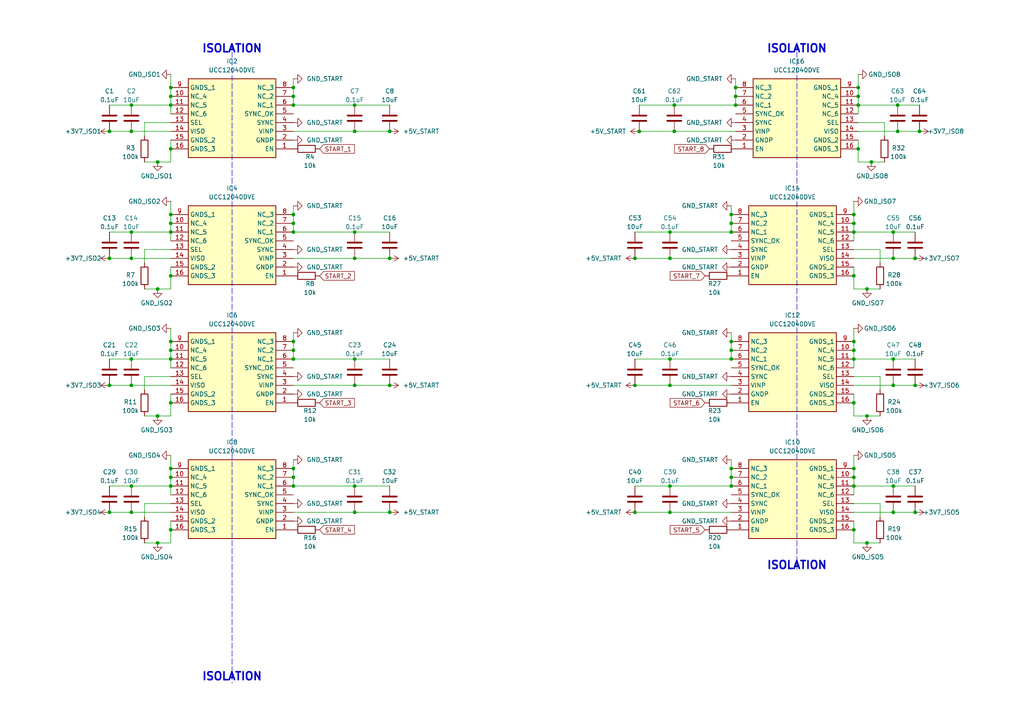
<source format=kicad_sch>
(kicad_sch (version 20250114) (generator "eeschema") (generator_version "9.0")
  (paper "A4")
  (title_block (title "LV_Kontrola_Main") (rev "1.00A") (company "\"Black Hornets\" Formula Student team") (comment 1 "Authors: Dusan Novkovic; Nikola Popovic") (comment 2 "Subteam: Low Voltage team"))
  (lib_symbols
    (symbol "Device:C" (pin_numbers (hide yes)) (pin_names (offset 0.254))
      (property "Reference" "C" (at 0.635 2.54 0))
      (property "Value" "C" (at 0.635 -2.54 0))
      (symbol "C_0_1"
        (polyline (pts (xy -2.032 0.762) (xy 2.032 0.762)) (stroke (width 0.508)))
        (polyline (pts (xy -2.032 -0.762) (xy 2.032 -0.762)) (stroke (width 0.508)))
      )
      (symbol "C_1_1"
        (pin passive line (at 0 3.81 270) (length 2.794) (name "~") (number "1"))
        (pin passive line (at 0 -3.81 90) (length 2.794) (name "~") (number "2"))
      )
    )
    (symbol "Device:R" (pin_numbers (hide yes)) (pin_names (offset 0))
      (property "Reference" "R" (at 2.032 0 90))
      (property "Value" "R" (at 0 0 90))
      (symbol "R_0_1"
        (rectangle (start -1.016 -2.54) (end 1.016 2.54) (stroke (width 0.254)))
      )
      (symbol "R_1_1"
        (pin passive line (at 0 3.81 270) (length 1.27) (name "~") (number "1"))
        (pin passive line (at 0 -3.81 90) (length 1.27) (name "~") (number "2"))
      )
    )
    (symbol "UCC12040DVE:UCC12040DVE"
      (property "Reference" "IC" (at 31.75 7.62 0))
      (property "Value" "UCC12040DVE" (at 31.75 5.08 0))
      (symbol "UCC12040DVE_1_1"
        (rectangle (start 5.08 2.54) (end 30.48 -20.32) (stroke (width 0.254)) (fill (type background)))
        (pin passive line (at 0 0 0) (length 5.08) (name "EN") (number "1"))
        (pin passive line (at 0 -2.54 0) (length 5.08) (name "GNDP") (number "2"))
        (pin passive line (at 0 -5.08 0) (length 5.08) (name "VINP") (number "3"))
        (pin passive line (at 0 -7.62 0) (length 5.08) (name "SYNC") (number "4"))
        (pin passive line (at 0 -10.16 0) (length 5.08) (name "SYNC_OK") (number "5"))
        (pin passive line (at 0 -12.7 0) (length 5.08) (name "NC_1") (number "6"))
        (pin passive line (at 0 -15.24 0) (length 5.08) (name "NC_2") (number "7"))
        (pin passive line (at 0 -17.78 0) (length 5.08) (name "NC_3") (number "8"))
        (pin passive line (at 35.56 0 180) (length 5.08) (name "GNDS_3") (number "16"))
        (pin passive line (at 35.56 -2.54 180) (length 5.08) (name "GNDS_2") (number "15"))
        (pin passive line (at 35.56 -5.08 180) (length 5.08) (name "VISO") (number "14"))
        (pin passive line (at 35.56 -7.62 180) (length 5.08) (name "SEL") (number "13"))
        (pin passive line (at 35.56 -10.16 180) (length 5.08) (name "NC_6") (number "12"))
        (pin passive line (at 35.56 -12.7 180) (length 5.08) (name "NC_5") (number "11"))
        (pin passive line (at 35.56 -15.24 180) (length 5.08) (name "NC_4") (number "10"))
        (pin passive line (at 35.56 -17.78 180) (length 5.08) (name "GNDS_1") (number "9"))
      )
    )
    (symbol "power:+5V" (power) (pin_numbers (hide yes)) (pin_names (offset 0) (hide yes))
      (property "Value" "+5V" (at 0 3.556 0))
      (symbol "+5V_0_1"
        (polyline (pts (xy -0.762 1.27) (xy 0 2.54)))
        (polyline (pts (xy 0 2.54) (xy 0.762 1.27)))
        (polyline (pts (xy 0 0) (xy 0 2.54)))
      )
      (symbol "+5V_1_1"
        (pin power_in line (at 0 0 90) (length 0) (name "~") (number "1"))
      )
    )
    (symbol "power:GND" (power) (pin_numbers (hide yes)) (pin_names (offset 0) (hide yes))
      (property "Value" "GND" (at 0 -3.81 0))
      (symbol "GND_0_1"
        (polyline (pts (xy 0 0) (xy 0 -1.27) (xy 1.27 -1.27) (xy 0 -2.54) (xy -1.27 -1.27) (xy 0 -1.27)))
      )
      (symbol "GND_1_1"
        (pin power_in line (at 0 0 270) (length 0) (name "~") (number "1"))
      )
    )
  )
  (text "ISOLATION" (at 231.14 14.224 0) (effects (font (size 2.286 2.286) (thickness 0.4572) (bold yes))))
  (text "ISOLATION" (at 231.14 164.084 0) (effects (font (size 2.286 2.286) (thickness 0.4572) (bold yes))))
  (text "ISOLATION" (at 67.31 196.342 0) (effects (font (size 2.286 2.286) (thickness 0.4572) (bold yes))))
  (text "ISOLATION" (at 67.31 14.224 0) (effects (font (size 2.286 2.286) (thickness 0.4572) (bold yes))))
  (junction (at 185.42 38.1))
  (junction (at 194.31 74.93))
  (junction (at 38.1 111.76))
  (junction (at 113.03 74.93))
  (junction (at 212.09 67.31))
  (junction (at 38.1 67.31))
  (junction (at 85.09 99.06))
  (junction (at 260.35 38.1))
  (junction (at 184.15 111.76))
  (junction (at 194.31 111.76))
  (junction (at 113.03 38.1))
  (junction (at 85.09 101.6))
  (junction (at 38.1 140.97))
  (junction (at 85.09 62.23))
  (junction (at 38.1 74.93))
  (junction (at 31.75 111.76))
  (junction (at 213.36 27.94))
  (junction (at 113.03 111.76))
  (junction (at 212.09 138.43))
  (junction (at 212.09 135.89))
  (junction (at 49.53 80.01))
  (junction (at 49.53 27.94))
  (junction (at 38.1 104.14))
  (junction (at 49.53 104.14))
  (junction (at 265.43 148.59))
  (junction (at 45.72 157.48))
  (junction (at 31.75 74.93))
  (junction (at 259.08 104.14))
  (junction (at 194.31 67.31))
  (junction (at 247.65 138.43))
  (junction (at 259.08 140.97))
  (junction (at 247.65 62.23))
  (junction (at 195.58 30.48))
  (junction (at 49.53 62.23))
  (junction (at 38.1 148.59))
  (junction (at 248.92 43.18))
  (junction (at 85.09 135.89))
  (junction (at 85.09 25.4))
  (junction (at 247.65 101.6))
  (junction (at 251.46 120.65))
  (junction (at 265.43 74.93))
  (junction (at 266.7 38.1))
  (junction (at 85.09 27.94))
  (junction (at 251.46 157.48))
  (junction (at 259.08 67.31))
  (junction (at 102.87 111.76))
  (junction (at 38.1 30.48))
  (junction (at 247.65 80.01))
  (junction (at 212.09 140.97))
  (junction (at 259.08 148.59))
  (junction (at 260.35 30.48))
  (junction (at 212.09 62.23))
  (junction (at 31.75 148.59))
  (junction (at 247.65 153.67))
  (junction (at 251.46 83.82))
  (junction (at 45.72 120.65))
  (junction (at 184.15 74.93))
  (junction (at 49.53 135.89))
  (junction (at 85.09 140.97))
  (junction (at 102.87 38.1))
  (junction (at 85.09 138.43))
  (junction (at 113.03 148.59))
  (junction (at 194.31 140.97))
  (junction (at 248.92 27.94))
  (junction (at 49.53 99.06))
  (junction (at 265.43 111.76))
  (junction (at 247.65 140.97))
  (junction (at 247.65 64.77))
  (junction (at 247.65 116.84))
  (junction (at 184.15 148.59))
  (junction (at 31.75 38.1))
  (junction (at 45.72 46.99))
  (junction (at 38.1 38.1))
  (junction (at 252.73 46.99))
  (junction (at 195.58 38.1))
  (junction (at 213.36 30.48))
  (junction (at 102.87 104.14))
  (junction (at 49.53 138.43))
  (junction (at 194.31 104.14))
  (junction (at 85.09 67.31))
  (junction (at 85.09 104.14))
  (junction (at 102.87 74.93))
  (junction (at 49.53 25.4))
  (junction (at 247.65 67.31))
  (junction (at 212.09 104.14))
  (junction (at 49.53 43.18))
  (junction (at 247.65 99.06))
  (junction (at 247.65 104.14))
  (junction (at 212.09 99.06))
  (junction (at 49.53 140.97))
  (junction (at 247.65 135.89))
  (junction (at 213.36 25.4))
  (junction (at 212.09 64.77))
  (junction (at 45.72 83.82))
  (junction (at 49.53 153.67))
  (junction (at 49.53 116.84))
  (junction (at 248.92 30.48))
  (junction (at 248.92 25.4))
  (junction (at 259.08 74.93))
  (junction (at 85.09 64.77))
  (junction (at 102.87 148.59))
  (junction (at 102.87 30.48))
  (junction (at 194.31 148.59))
  (junction (at 49.53 64.77))
  (junction (at 85.09 30.48))
  (junction (at 102.87 140.97))
  (junction (at 49.53 30.48))
  (junction (at 49.53 101.6))
  (junction (at 259.08 111.76))
  (junction (at 102.87 67.31))
  (junction (at 212.09 101.6))
  (junction (at 49.53 67.31))
  (wire (pts (xy 260.35 38.1) (xy 248.92 38.1)))
  (wire (pts (xy 259.08 74.93) (xy 247.65 74.93)))
  (wire (pts (xy 260.35 30.48) (xy 248.92 30.48)))
  (wire (pts (xy 212.09 140.97) (xy 194.31 140.97)))
  (wire (pts (xy 85.09 101.6) (xy 85.09 104.14)))
  (wire (pts (xy 102.87 104.14) (xy 113.03 104.14)))
  (wire (pts (xy 49.53 40.64) (xy 49.53 43.18)))
  (wire (pts (xy 212.09 111.76) (xy 194.31 111.76)))
  (wire (pts (xy 49.53 109.22) (xy 41.91 109.22)))
  (wire (pts (xy 41.91 46.99) (xy 45.72 46.99)))
  (wire (pts (xy 49.53 25.4) (xy 49.53 27.94)))
  (wire (pts (xy 247.65 67.31) (xy 247.65 69.85)))
  (wire (pts (xy 49.53 21.59) (xy 49.53 25.4)))
  (wire (pts (xy 85.09 140.97) (xy 102.87 140.97)))
  (wire (pts (xy 85.09 99.06) (xy 85.09 101.6)))
  (wire (pts (xy 102.87 140.97) (xy 113.03 140.97)))
  (wire (pts (xy 49.53 120.65) (xy 49.53 116.84)))
  (wire (pts (xy 31.75 38.1) (xy 38.1 38.1)))
  (wire (pts (xy 212.09 133.35) (xy 212.09 135.89)))
  (wire (pts (xy 41.91 35.56) (xy 41.91 39.37)))
  (wire (pts (xy 247.65 64.77) (xy 247.65 67.31)))
  (wire (pts (xy 212.09 62.23) (xy 212.09 64.77)))
  (wire (pts (xy 41.91 157.48) (xy 45.72 157.48)))
  (wire (pts (xy 49.53 104.14) (xy 49.53 106.68)))
  (wire (pts (xy 49.53 101.6) (xy 49.53 104.14)))
  (wire (pts (xy 255.27 157.48) (xy 251.46 157.48)))
  (wire (pts (xy 213.36 30.48) (xy 195.58 30.48)))
  (wire (pts (xy 49.53 151.13) (xy 49.53 153.67)))
  (wire (pts (xy 265.43 148.59) (xy 259.08 148.59)))
  (wire (pts (xy 102.87 111.76) (xy 113.03 111.76)))
  (wire (pts (xy 212.09 99.06) (xy 212.09 101.6)))
  (polyline (pts (xy 67.31 12.7) (xy 67.31 198.12)) (stroke (width 0) (type dash)))
  (wire (pts (xy 31.75 30.48) (xy 38.1 30.48)))
  (wire (pts (xy 265.43 74.93) (xy 259.08 74.93)))
  (wire (pts (xy 45.72 46.99) (xy 49.53 46.99)))
  (wire (pts (xy 38.1 104.14) (xy 49.53 104.14)))
  (wire (pts (xy 49.53 95.25) (xy 49.53 99.06)))
  (wire (pts (xy 247.65 101.6) (xy 247.65 104.14)))
  (wire (pts (xy 49.53 58.42) (xy 49.53 62.23)))
  (wire (pts (xy 85.09 27.94) (xy 85.09 30.48)))
  (wire (pts (xy 49.53 135.89) (xy 49.53 138.43)))
  (wire (pts (xy 49.53 83.82) (xy 49.53 80.01)))
  (wire (pts (xy 265.43 104.14) (xy 259.08 104.14)))
  (wire (pts (xy 31.75 148.59) (xy 38.1 148.59)))
  (wire (pts (xy 49.53 99.06) (xy 49.53 101.6)))
  (wire (pts (xy 194.31 148.59) (xy 184.15 148.59)))
  (wire (pts (xy 248.92 46.99) (xy 248.92 43.18)))
  (wire (pts (xy 85.09 138.43) (xy 85.09 140.97)))
  (wire (pts (xy 85.09 74.93) (xy 102.87 74.93)))
  (wire (pts (xy 251.46 83.82) (xy 247.65 83.82)))
  (wire (pts (xy 266.7 30.48) (xy 260.35 30.48)))
  (wire (pts (xy 38.1 38.1) (xy 49.53 38.1)))
  (wire (pts (xy 212.09 59.69) (xy 212.09 62.23)))
  (wire (pts (xy 85.09 111.76) (xy 102.87 111.76)))
  (wire (pts (xy 259.08 148.59) (xy 247.65 148.59)))
  (wire (pts (xy 49.53 157.48) (xy 49.53 153.67)))
  (wire (pts (xy 49.53 140.97) (xy 49.53 143.51)))
  (wire (pts (xy 49.53 30.48) (xy 49.53 33.02)))
  (wire (pts (xy 49.53 138.43) (xy 49.53 140.97)))
  (wire (pts (xy 194.31 104.14) (xy 184.15 104.14)))
  (wire (pts (xy 212.09 101.6) (xy 212.09 104.14)))
  (wire (pts (xy 255.27 109.22) (xy 255.27 113.03)))
  (wire (pts (xy 247.65 120.65) (xy 247.65 116.84)))
  (wire (pts (xy 31.75 140.97) (xy 38.1 140.97)))
  (wire (pts (xy 247.65 83.82) (xy 247.65 80.01)))
  (wire (pts (xy 85.09 133.35) (xy 85.09 135.89)))
  (wire (pts (xy 247.65 157.48) (xy 247.65 153.67)))
  (wire (pts (xy 38.1 67.31) (xy 49.53 67.31)))
  (wire (pts (xy 49.53 114.3) (xy 49.53 116.84)))
  (wire (pts (xy 85.09 104.14) (xy 102.87 104.14)))
  (wire (pts (xy 195.58 30.48) (xy 185.42 30.48)))
  (wire (pts (xy 31.75 67.31) (xy 38.1 67.31)))
  (wire (pts (xy 38.1 74.93) (xy 49.53 74.93)))
  (wire (pts (xy 212.09 74.93) (xy 194.31 74.93)))
  (wire (pts (xy 41.91 109.22) (xy 41.91 113.03)))
  (wire (pts (xy 85.09 64.77) (xy 85.09 67.31)))
  (wire (pts (xy 248.92 30.48) (xy 248.92 33.02)))
  (polyline (pts (xy 231.14 12.7) (xy 231.14 165.1)) (stroke (width 0) (type dash)))
  (wire (pts (xy 259.08 67.31) (xy 247.65 67.31)))
  (wire (pts (xy 256.54 35.56) (xy 256.54 39.37)))
  (wire (pts (xy 102.87 30.48) (xy 113.03 30.48)))
  (wire (pts (xy 41.91 72.39) (xy 41.91 76.2)))
  (wire (pts (xy 102.87 67.31) (xy 113.03 67.31)))
  (wire (pts (xy 49.53 35.56) (xy 41.91 35.56)))
  (wire (pts (xy 255.27 120.65) (xy 251.46 120.65)))
  (wire (pts (xy 212.09 135.89) (xy 212.09 138.43)))
  (wire (pts (xy 251.46 120.65) (xy 247.65 120.65)))
  (wire (pts (xy 49.53 77.47) (xy 49.53 80.01)))
  (wire (pts (xy 49.53 146.05) (xy 41.91 146.05)))
  (wire (pts (xy 247.65 77.47) (xy 247.65 80.01)))
  (wire (pts (xy 195.58 38.1) (xy 185.42 38.1)))
  (wire (pts (xy 247.65 135.89) (xy 247.65 138.43)))
  (wire (pts (xy 255.27 146.05) (xy 255.27 149.86)))
  (wire (pts (xy 247.65 151.13) (xy 247.65 153.67)))
  (wire (pts (xy 85.09 22.86) (xy 85.09 25.4)))
  (wire (pts (xy 251.46 157.48) (xy 247.65 157.48)))
  (wire (pts (xy 265.43 140.97) (xy 259.08 140.97)))
  (wire (pts (xy 265.43 111.76) (xy 259.08 111.76)))
  (wire (pts (xy 212.09 148.59) (xy 194.31 148.59)))
  (wire (pts (xy 194.31 111.76) (xy 184.15 111.76)))
  (wire (pts (xy 85.09 62.23) (xy 85.09 64.77)))
  (wire (pts (xy 38.1 140.97) (xy 49.53 140.97)))
  (wire (pts (xy 49.53 67.31) (xy 49.53 69.85)))
  (wire (pts (xy 247.65 72.39) (xy 255.27 72.39)))
  (wire (pts (xy 41.91 146.05) (xy 41.91 149.86)))
  (wire (pts (xy 102.87 38.1) (xy 113.03 38.1)))
  (wire (pts (xy 248.92 40.64) (xy 248.92 43.18)))
  (wire (pts (xy 31.75 104.14) (xy 38.1 104.14)))
  (wire (pts (xy 85.09 148.59) (xy 102.87 148.59)))
  (wire (pts (xy 247.65 114.3) (xy 247.65 116.84)))
  (wire (pts (xy 213.36 25.4) (xy 213.36 27.94)))
  (wire (pts (xy 85.09 67.31) (xy 102.87 67.31)))
  (wire (pts (xy 45.72 120.65) (xy 49.53 120.65)))
  (wire (pts (xy 102.87 148.59) (xy 113.03 148.59)))
  (wire (pts (xy 248.92 35.56) (xy 256.54 35.56)))
  (wire (pts (xy 85.09 30.48) (xy 102.87 30.48)))
  (wire (pts (xy 266.7 38.1) (xy 260.35 38.1)))
  (wire (pts (xy 213.36 38.1) (xy 195.58 38.1)))
  (wire (pts (xy 247.65 58.42) (xy 247.65 62.23)))
  (wire (pts (xy 255.27 72.39) (xy 255.27 76.2)))
  (wire (pts (xy 259.08 104.14) (xy 247.65 104.14)))
  (wire (pts (xy 194.31 140.97) (xy 184.15 140.97)))
  (wire (pts (xy 49.53 27.94) (xy 49.53 30.48)))
  (wire (pts (xy 212.09 67.31) (xy 194.31 67.31)))
  (wire (pts (xy 85.09 96.52) (xy 85.09 99.06)))
  (wire (pts (xy 194.31 74.93) (xy 184.15 74.93)))
  (wire (pts (xy 259.08 140.97) (xy 247.65 140.97)))
  (wire (pts (xy 265.43 67.31) (xy 259.08 67.31)))
  (wire (pts (xy 38.1 30.48) (xy 49.53 30.48)))
  (wire (pts (xy 212.09 104.14) (xy 194.31 104.14)))
  (wire (pts (xy 85.09 25.4) (xy 85.09 27.94)))
  (wire (pts (xy 31.75 74.93) (xy 38.1 74.93)))
  (wire (pts (xy 102.87 74.93) (xy 113.03 74.93)))
  (wire (pts (xy 38.1 111.76) (xy 49.53 111.76)))
  (wire (pts (xy 255.27 83.82) (xy 251.46 83.82)))
  (wire (pts (xy 247.65 95.25) (xy 247.65 99.06)))
  (wire (pts (xy 49.53 132.08) (xy 49.53 135.89)))
  (wire (pts (xy 247.65 146.05) (xy 255.27 146.05)))
  (wire (pts (xy 212.09 138.43) (xy 212.09 140.97)))
  (wire (pts (xy 31.75 111.76) (xy 38.1 111.76)))
  (wire (pts (xy 248.92 27.94) (xy 248.92 30.48)))
  (wire (pts (xy 49.53 72.39) (xy 41.91 72.39)))
  (wire (pts (xy 256.54 46.99) (xy 252.73 46.99)))
  (wire (pts (xy 45.72 83.82) (xy 49.53 83.82)))
  (wire (pts (xy 247.65 132.08) (xy 247.65 135.89)))
  (wire (pts (xy 85.09 38.1) (xy 102.87 38.1)))
  (wire (pts (xy 247.65 138.43) (xy 247.65 140.97)))
  (wire (pts (xy 38.1 148.59) (xy 49.53 148.59)))
  (wire (pts (xy 247.65 104.14) (xy 247.65 106.68)))
  (wire (pts (xy 248.92 25.4) (xy 248.92 27.94)))
  (wire (pts (xy 259.08 111.76) (xy 247.65 111.76)))
  (wire (pts (xy 45.72 157.48) (xy 49.53 157.48)))
  (wire (pts (xy 85.09 135.89) (xy 85.09 138.43)))
  (wire (pts (xy 49.53 46.99) (xy 49.53 43.18)))
  (wire (pts (xy 252.73 46.99) (xy 248.92 46.99)))
  (wire (pts (xy 212.09 96.52) (xy 212.09 99.06)))
  (wire (pts (xy 85.09 59.69) (xy 85.09 62.23)))
  (wire (pts (xy 212.09 64.77) (xy 212.09 67.31)))
  (wire (pts (xy 248.92 21.59) (xy 248.92 25.4)))
  (wire (pts (xy 213.36 22.86) (xy 213.36 25.4)))
  (wire (pts (xy 49.53 64.77) (xy 49.53 67.31)))
  (wire (pts (xy 247.65 99.06) (xy 247.65 101.6)))
  (wire (pts (xy 247.65 62.23) (xy 247.65 64.77)))
  (wire (pts (xy 41.91 120.65) (xy 45.72 120.65)))
  (wire (pts (xy 247.65 109.22) (xy 255.27 109.22)))
  (wire (pts (xy 194.31 67.31) (xy 184.15 67.31)))
  (wire (pts (xy 213.36 27.94) (xy 213.36 30.48)))
  (wire (pts (xy 49.53 62.23) (xy 49.53 64.77)))
  (wire (pts (xy 247.65 140.97) (xy 247.65 143.51)))
  (wire (pts (xy 41.91 83.82) (xy 45.72 83.82)))
  (global_label "START_4" (shape input) (at 92.71 153.67 0) (property "Intersheetrefs" "${INTERSHEET_REFS}" (effects (hide yes))))
  (global_label "START_1" (shape input) (at 92.71 43.18 0) (property "Intersheetrefs" "${INTERSHEET_REFS}" (effects (hide yes))))
  (global_label "START_2" (shape input) (at 92.71 80.01 0) (property "Intersheetrefs" "${INTERSHEET_REFS}" (effects (hide yes))))
  (global_label "START_7" (shape input) (at 204.47 80.01 180) (property "Intersheetrefs" "${INTERSHEET_REFS}" (effects (hide yes))))
  (global_label "START_6" (shape input) (at 204.47 116.84 180) (property "Intersheetrefs" "${INTERSHEET_REFS}" (effects (hide yes))))
  (global_label "START_8" (shape input) (at 205.74 43.18 180) (property "Intersheetrefs" "${INTERSHEET_REFS}" (effects (hide yes))))
  (global_label "START_5" (shape input) (at 204.47 153.67 180) (property "Intersheetrefs" "${INTERSHEET_REFS}" (effects (hide yes))))
  (global_label "START_3" (shape input) (at 92.71 116.84 0) (property "Intersheetrefs" "${INTERSHEET_REFS}" (effects (hide yes))))
  (symbol (lib_id "Device:C") (at 194.31 144.78 0) (mirror x) (unit 1)
    (property "Reference" "C39" (at 194.31 136.906 0))
    (property "Value" "0.1uF" (at 194.31 139.446 0))
    (property "Description" "Unpolarized capacitor" (effects (hide yes)))
  )
  (symbol (lib_id "Device:R") (at 41.91 153.67 180) (unit 1)
    (property "Reference" "R15" (at 37.846 153.416 0))
    (property "Value" "100k" (at 37.846 155.956 0))
    (property "Description" "Resistor" (effects (hide yes)))
  )
  (symbol (lib_id "power:GND") (at 212.09 109.22 270) (mirror x) (unit 1)
    (property "Reference" "#PWR080" (effects (hide yes)))
    (property "Value" "GND_START" (at 208.28 109.2199 90) (effects (justify right)))
    (property "Description" "Power symbol creates a global label with name \"GND\" , ground" (effects (hide yes)))
  )
  (symbol (lib_id "power:GND") (at 45.72 46.99 0) (unit 1)
    (property "Reference" "#PWR05" (effects (hide yes)))
    (property "Value" "GND_ISO1" (at 45.466 51.054 0))
    (property "Description" "Power symbol creates a global label with name \"GND\" , ground" (effects (hide yes)))
  )
  (symbol (lib_id "Device:C") (at 266.7 34.29 0) (mirror x) (unit 1)
    (property "Reference" "C64" (at 266.7 26.416 0))
    (property "Value" "0.1uF" (at 266.7 28.956 0))
    (property "Description" "Unpolarized capacitor" (effects (hide yes)))
  )
  (symbol (lib_id "power:GND") (at 49.53 58.42 270) (unit 1)
    (property "Reference" "#PWR024" (effects (hide yes)))
    (property "Value" "GND_ISO2" (at 41.91 58.42 90))
    (property "Description" "Power symbol creates a global label with name \"GND\" , ground" (effects (hide yes)))
  )
  (symbol (lib_id "power:GND") (at 45.72 83.82 0) (unit 1)
    (property "Reference" "#PWR023" (effects (hide yes)))
    (property "Value" "GND_ISO2" (at 45.466 87.884 0))
    (property "Description" "Power symbol creates a global label with name \"GND\" , ground" (effects (hide yes)))
  )
  (symbol (lib_id "power:+5V") (at 113.03 38.1 270) (unit 1)
    (property "Reference" "#PWR09" (effects (hide yes)))
    (property "Value" "+5V_START" (at 116.84 38.0999 90) (effects (justify left)))
    (property "Description" "Power symbol creates a global label with name \"+5V\"" (effects (hide yes)))
  )
  (symbol (lib_id "Device:C") (at 38.1 144.78 180) (unit 1)
    (property "Reference" "C30" (at 38.1 136.906 0))
    (property "Value" "10uF" (at 38.1 139.446 0))
    (property "Description" "Unpolarized capacitor" (effects (hide yes)))
  )
  (symbol (lib_id "UCC12040DVE:UCC12040DVE") (at 212.09 153.67 0) (mirror x) (unit 1)
    (property "Reference" "IC10" (at 229.87 128.27 0))
    (property "Value" "UCC12040DVE" (at 229.87 130.81 0))
    (property "Footprint" "SOIC127P1030X265-16N" (effects (hide yes)))
    (property "Datasheet" "https://www.ti.com/lit/gpn/UCC12040" (effects (hide yes)))
    (property "Description" "Isolated DC/DC Converters 500mW, high efficiency 3kVrms isolated DC-DC converter 16-SO-MOD -40 to 125" (effects (hide yes)))
    (property "Height" "2.65" (effects (hide yes)))
    (property "Mouser Part Number" "595-UCC12040DVE" (effects (hide yes)))
    (property "Mouser Price/Stock" "https://www.mouser.co.uk/ProductDetail/Texas-Instruments/UCC12040DVE?qs=xZ%2FP%252Ba9zWqaWnn41WPN4Eg%3D%3D" (effects (hide yes)))
    (property "Manufacturer_Name" "Texas Instruments" (effects (hide yes)))
    (property "Manufacturer_Part_Number" "UCC12040DVE" (effects (hide yes)))
  )
  (symbol (lib_id "power:GND") (at 212.09 77.47 270) (mirror x) (unit 1)
    (property "Reference" "#PWR095" (effects (hide yes)))
    (property "Value" "GND_START" (at 208.28 77.4699 90) (effects (justify right)))
    (property "Description" "Power symbol creates a global label with name \"GND\" , ground" (effects (hide yes)))
  )
  (symbol (lib_id "Device:C") (at 38.1 107.95 180) (unit 1)
    (property "Reference" "C22" (at 38.1 100.076 0))
    (property "Value" "10uF" (at 38.1 102.616 0))
    (property "Description" "Unpolarized capacitor" (effects (hide yes)))
  )
  (symbol (lib_id "power:GND") (at 85.09 146.05 90) (unit 1)
    (property "Reference" "#PWR054" (effects (hide yes)))
    (property "Value" "GND_START" (at 88.9 146.0499 90) (effects (justify right)))
    (property "Description" "Power symbol creates a global label with name \"GND\" , ground" (effects (hide yes)))
  )
  (symbol (lib_id "power:+5V") (at 31.75 38.1 90) (unit 1)
    (property "Reference" "#PWR01" (effects (hide yes)))
    (property "Value" "+3V7_ISO1" (at 24.13 38.1 90))
    (property "Description" "Power symbol creates a global label with name \"+5V\"" (effects (hide yes)))
  )
  (symbol (lib_id "Device:C") (at 194.31 107.95 0) (mirror x) (unit 1)
    (property "Reference" "C46" (at 194.31 100.076 0))
    (property "Value" "0.1uF" (at 194.31 102.616 0))
    (property "Description" "Unpolarized capacitor" (effects (hide yes)))
  )
  (symbol (lib_id "Device:R") (at 255.27 116.84 0) (mirror x) (unit 1)
    (property "Reference" "R24" (at 259.334 116.586 0))
    (property "Value" "100k" (at 259.334 119.126 0))
    (property "Description" "Resistor" (effects (hide yes)))
  )
  (symbol (lib_id "Device:C") (at 31.75 34.29 180) (unit 1)
    (property "Reference" "C1" (at 31.75 26.416 0))
    (property "Value" "0.1uF" (at 31.75 28.956 0))
    (property "Description" "Unpolarized capacitor" (effects (hide yes)))
  )
  (symbol (lib_id "Device:C") (at 113.03 34.29 180) (unit 1)
    (property "Reference" "C8" (at 113.03 26.416 0))
    (property "Value" "10uF" (at 113.03 28.956 0))
    (property "Description" "Unpolarized capacitor" (effects (hide yes)))
  )
  (symbol (lib_id "power:GND") (at 247.65 95.25 90) (mirror x) (unit 1)
    (property "Reference" "#PWR082" (effects (hide yes)))
    (property "Value" "GND_ISO6" (at 255.27 95.25 90))
    (property "Description" "Power symbol creates a global label with name \"GND\" , ground" (effects (hide yes)))
  )
  (symbol (lib_id "power:+5V") (at 113.03 111.76 270) (unit 1)
    (property "Reference" "#PWR042" (effects (hide yes)))
    (property "Value" "+5V_START" (at 116.84 111.7599 90) (effects (justify left)))
    (property "Description" "Power symbol creates a global label with name \"+5V\"" (effects (hide yes)))
  )
  (symbol (lib_id "Device:R") (at 88.9 153.67 270) (unit 1)
    (property "Reference" "R16" (at 89.916 155.956 90))
    (property "Value" "10k" (at 89.916 158.496 90))
    (property "Description" "Resistor" (effects (hide yes)))
  )
  (symbol (lib_id "power:GND") (at 49.53 132.08 270) (unit 1)
    (property "Reference" "#PWR052" (effects (hide yes)))
    (property "Value" "GND_ISO4" (at 41.91 132.08 90))
    (property "Description" "Power symbol creates a global label with name \"GND\" , ground" (effects (hide yes)))
  )
  (symbol (lib_id "Device:R") (at 88.9 80.01 270) (unit 1)
    (property "Reference" "R8" (at 89.916 82.296 90))
    (property "Value" "10k" (at 89.916 84.836 90))
    (property "Description" "Resistor" (effects (hide yes)))
  )
  (symbol (lib_id "Device:R") (at 41.91 43.18 180) (unit 1)
    (property "Reference" "R3" (at 37.846 42.926 0))
    (property "Value" "100k" (at 37.846 45.466 0))
    (property "Description" "Resistor" (effects (hide yes)))
  )
  (symbol (lib_id "Device:C") (at 113.03 144.78 180) (unit 1)
    (property "Reference" "C32" (at 113.03 136.906 0))
    (property "Value" "10uF" (at 113.03 139.446 0))
    (property "Description" "Unpolarized capacitor" (effects (hide yes)))
  )
  (symbol (lib_id "Device:C") (at 195.58 34.29 0) (mirror x) (unit 1)
    (property "Reference" "C62" (at 195.58 26.416 0))
    (property "Value" "0.1uF" (at 195.58 28.956 0))
    (property "Description" "Unpolarized capacitor" (effects (hide yes)))
  )
  (symbol (lib_id "Device:C") (at 184.15 71.12 0) (mirror x) (unit 1)
    (property "Reference" "C53" (at 184.15 63.246 0))
    (property "Value" "10uF" (at 184.15 65.786 0))
    (property "Description" "Unpolarized capacitor" (effects (hide yes)))
  )
  (symbol (lib_id "Device:C") (at 260.35 34.29 0) (mirror x) (unit 1)
    (property "Reference" "C63" (at 260.35 26.416 0))
    (property "Value" "10uF" (at 260.35 28.956 0))
    (property "Description" "Unpolarized capacitor" (effects (hide yes)))
  )
  (symbol (lib_id "power:+5V") (at 31.75 111.76 90) (unit 1)
    (property "Reference" "#PWR036" (effects (hide yes)))
    (property "Value" "+3V7_ISO3" (at 24.13 111.76 90))
    (property "Description" "Power symbol creates a global label with name \"+5V\"" (effects (hide yes)))
  )
  (symbol (lib_id "UCC12040DVE:UCC12040DVE") (at 85.09 153.67 180) (unit 1)
    (property "Reference" "IC8" (at 67.31 128.27 0))
    (property "Value" "UCC12040DVE" (at 67.31 130.81 0))
    (property "Footprint" "SOIC127P1030X265-16N" (effects (hide yes)))
    (property "Datasheet" "https://www.ti.com/lit/gpn/UCC12040" (effects (hide yes)))
    (property "Description" "Isolated DC/DC Converters 500mW, high efficiency 3kVrms isolated DC-DC converter 16-SO-MOD -40 to 125" (effects (hide yes)))
    (property "Height" "2.65" (effects (hide yes)))
    (property "Mouser Part Number" "595-UCC12040DVE" (effects (hide yes)))
    (property "Mouser Price/Stock" "https://www.mouser.co.uk/ProductDetail/Texas-Instruments/UCC12040DVE?qs=xZ%2FP%252Ba9zWqaWnn41WPN4Eg%3D%3D" (effects (hide yes)))
    (property "Manufacturer_Name" "Texas Instruments" (effects (hide yes)))
    (property "Manufacturer_Part_Number" "UCC12040DVE" (effects (hide yes)))
  )
  (symbol (lib_id "Device:C") (at 31.75 71.12 180) (unit 1)
    (property "Reference" "C13" (at 31.75 63.246 0))
    (property "Value" "0.1uF" (at 31.75 65.786 0))
    (property "Description" "Unpolarized capacitor" (effects (hide yes)))
  )
  (symbol (lib_id "Device:C") (at 102.87 71.12 180) (unit 1)
    (property "Reference" "C15" (at 102.87 63.246 0))
    (property "Value" "0.1uF" (at 102.87 65.786 0))
    (property "Description" "Unpolarized capacitor" (effects (hide yes)))
  )
  (symbol (lib_id "Device:C") (at 31.75 107.95 180) (unit 1)
    (property "Reference" "C21" (at 31.75 100.076 0))
    (property "Value" "0.1uF" (at 31.75 102.616 0))
    (property "Description" "Unpolarized capacitor" (effects (hide yes)))
  )
  (symbol (lib_id "Device:C") (at 31.75 144.78 180) (unit 1)
    (property "Reference" "C29" (at 31.75 136.906 0))
    (property "Value" "0.1uF" (at 31.75 139.446 0))
    (property "Description" "Unpolarized capacitor" (effects (hide yes)))
  )
  (symbol (lib_id "power:GND") (at 85.09 151.13 90) (unit 1)
    (property "Reference" "#PWR055" (effects (hide yes)))
    (property "Value" "GND_START" (at 88.9 151.1299 90) (effects (justify right)))
    (property "Description" "Power symbol creates a global label with name \"GND\" , ground" (effects (hide yes)))
  )
  (symbol (lib_id "Device:R") (at 41.91 80.01 180) (unit 1)
    (property "Reference" "R7" (at 37.846 79.756 0))
    (property "Value" "100k" (at 37.846 82.296 0))
    (property "Description" "Resistor" (effects (hide yes)))
  )
  (symbol (lib_id "power:GND") (at 85.09 59.69 90) (unit 1)
    (property "Reference" "#PWR025" (effects (hide yes)))
    (property "Value" "GND_START" (at 88.9 59.6899 90) (effects (justify right)))
    (property "Description" "Power symbol creates a global label with name \"GND\" , ground" (effects (hide yes)))
  )
  (symbol (lib_id "Device:R") (at 88.9 43.18 270) (unit 1)
    (property "Reference" "R4" (at 89.916 45.466 90))
    (property "Value" "10k" (at 89.916 48.006 90))
    (property "Description" "Resistor" (effects (hide yes)))
  )
  (symbol (lib_id "Device:C") (at 38.1 71.12 180) (unit 1)
    (property "Reference" "C14" (at 38.1 63.246 0))
    (property "Value" "10uF" (at 38.1 65.786 0))
    (property "Description" "Unpolarized capacitor" (effects (hide yes)))
  )
  (symbol (lib_id "power:+5V") (at 265.43 148.59 270) (mirror x) (unit 1)
    (property "Reference" "#PWR064" (effects (hide yes)))
    (property "Value" "+3V7_ISO5" (at 273.05 148.59 90))
    (property "Description" "Power symbol creates a global label with name \"+5V\"" (effects (hide yes)))
  )
  (symbol (lib_id "UCC12040DVE:UCC12040DVE") (at 213.36 43.18 0) (mirror x) (unit 1)
    (property "Reference" "IC16" (at 231.14 17.78 0))
    (property "Value" "UCC12040DVE" (at 231.14 20.32 0))
    (property "Footprint" "SOIC127P1030X265-16N" (effects (hide yes)))
    (property "Datasheet" "https://www.ti.com/lit/gpn/UCC12040" (effects (hide yes)))
    (property "Description" "Isolated DC/DC Converters 500mW, high efficiency 3kVrms isolated DC-DC converter 16-SO-MOD -40 to 125" (effects (hide yes)))
    (property "Height" "2.65" (effects (hide yes)))
    (property "Mouser Part Number" "595-UCC12040DVE" (effects (hide yes)))
    (property "Mouser Price/Stock" "https://www.mouser.co.uk/ProductDetail/Texas-Instruments/UCC12040DVE?qs=xZ%2FP%252Ba9zWqaWnn41WPN4Eg%3D%3D" (effects (hide yes)))
    (property "Manufacturer_Name" "Texas Instruments" (effects (hide yes)))
    (property "Manufacturer_Part_Number" "UCC12040DVE" (effects (hide yes)))
  )
  (symbol (lib_id "power:GND") (at 212.09 72.39 270) (mirror x) (unit 1)
    (property "Reference" "#PWR094" (effects (hide yes)))
    (property "Value" "GND_START" (at 208.28 72.3899 90) (effects (justify right)))
    (property "Description" "Power symbol creates a global label with name \"GND\" , ground" (effects (hide yes)))
  )
  (symbol (lib_id "Device:R") (at 88.9 116.84 270) (unit 1)
    (property "Reference" "R12" (at 89.916 119.126 90))
    (property "Value" "10k" (at 89.916 121.666 90))
    (property "Description" "Resistor" (effects (hide yes)))
  )
  (symbol (lib_id "power:GND") (at 85.09 72.39 90) (unit 1)
    (property "Reference" "#PWR026" (effects (hide yes)))
    (property "Value" "GND_START" (at 88.9 72.3899 90) (effects (justify right)))
    (property "Description" "Power symbol creates a global label with name \"GND\" , ground" (effects (hide yes)))
  )
  (symbol (lib_id "Device:R") (at 208.28 153.67 90) (mirror x) (unit 1)
    (property "Reference" "R20" (at 207.264 155.956 90))
    (property "Value" "10k" (at 207.264 158.496 90))
    (property "Description" "Resistor" (effects (hide yes)))
  )
  (symbol (lib_id "Device:R") (at 256.54 43.18 0) (mirror x) (unit 1)
    (property "Reference" "R32" (at 260.604 42.926 0))
    (property "Value" "100k" (at 260.604 45.466 0))
    (property "Description" "Resistor" (effects (hide yes)))
  )
  (symbol (lib_id "power:GND") (at 212.09 59.69 270) (mirror x) (unit 1)
    (property "Reference" "#PWR093" (effects (hide yes)))
    (property "Value" "GND_START" (at 208.28 59.6899 90) (effects (justify right)))
    (property "Description" "Power symbol creates a global label with name \"GND\" , ground" (effects (hide yes)))
  )
  (symbol (lib_id "power:GND") (at 85.09 35.56 90) (unit 1)
    (property "Reference" "#PWR07" (effects (hide yes)))
    (property "Value" "GND_START" (at 88.9 35.5599 90) (effects (justify right)))
    (property "Description" "Power symbol creates a global label with name \"GND\" , ground" (effects (hide yes)))
  )
  (symbol (lib_id "Device:R") (at 41.91 116.84 180) (unit 1)
    (property "Reference" "R11" (at 37.846 116.586 0))
    (property "Value" "100k" (at 37.846 119.126 0))
    (property "Description" "Resistor" (effects (hide yes)))
  )
  (symbol (lib_id "power:+5V") (at 184.15 111.76 90) (mirror x) (unit 1)
    (property "Reference" "#PWR078" (effects (hide yes)))
    (property "Value" "+5V_START" (at 180.34 111.7599 90) (effects (justify left)))
    (property "Description" "Power symbol creates a global label with name \"+5V\"" (effects (hide yes)))
  )
  (symbol (lib_id "power:GND") (at 49.53 21.59 270) (unit 1)
    (property "Reference" "#PWR04" (effects (hide yes)))
    (property "Value" "GND_ISO1" (at 41.91 21.59 90))
    (property "Description" "Power symbol creates a global label with name \"GND\" , ground" (effects (hide yes)))
  )
  (symbol (lib_id "power:GND") (at 251.46 120.65 0) (mirror y) (unit 1)
    (property "Reference" "#PWR083" (effects (hide yes)))
    (property "Value" "GND_ISO6" (at 251.714 124.714 0))
    (property "Description" "Power symbol creates a global label with name \"GND\" , ground" (effects (hide yes)))
  )
  (symbol (lib_id "Device:C") (at 185.42 34.29 0) (mirror x) (unit 1)
    (property "Reference" "C61" (at 185.42 26.416 0))
    (property "Value" "10uF" (at 185.42 28.956 0))
    (property "Description" "Unpolarized capacitor" (effects (hide yes)))
  )
  (symbol (lib_id "UCC12040DVE:UCC12040DVE") (at 85.09 116.84 180) (unit 1)
    (property "Reference" "IC6" (at 67.31 91.44 0))
    (property "Value" "UCC12040DVE" (at 67.31 93.98 0))
    (property "Footprint" "SOIC127P1030X265-16N" (effects (hide yes)))
    (property "Datasheet" "https://www.ti.com/lit/gpn/UCC12040" (effects (hide yes)))
    (property "Description" "Isolated DC/DC Converters 500mW, high efficiency 3kVrms isolated DC-DC converter 16-SO-MOD -40 to 125" (effects (hide yes)))
    (property "Height" "2.65" (effects (hide yes)))
    (property "Mouser Part Number" "595-UCC12040DVE" (effects (hide yes)))
    (property "Mouser Price/Stock" "https://www.mouser.co.uk/ProductDetail/Texas-Instruments/UCC12040DVE?qs=xZ%2FP%252Ba9zWqaWnn41WPN4Eg%3D%3D" (effects (hide yes)))
    (property "Manufacturer_Name" "Texas Instruments" (effects (hide yes)))
    (property "Manufacturer_Part_Number" "UCC12040DVE" (effects (hide yes)))
  )
  (symbol (lib_id "power:+5V") (at 265.43 74.93 270) (mirror x) (unit 1)
    (property "Reference" "#PWR098" (effects (hide yes)))
    (property "Value" "+3V7_ISO7" (at 273.05 74.93 90))
    (property "Description" "Power symbol creates a global label with name \"+5V\"" (effects (hide yes)))
  )
  (symbol (lib_id "Device:R") (at 209.55 43.18 90) (mirror x) (unit 1)
    (property "Reference" "R31" (at 208.534 45.466 90))
    (property "Value" "10k" (at 208.534 48.006 90))
    (property "Description" "Resistor" (effects (hide yes)))
  )
  (symbol (lib_id "power:GND") (at 49.53 95.25 270) (unit 1)
    (property "Reference" "#PWR038" (effects (hide yes)))
    (property "Value" "GND_ISO3" (at 41.91 95.25 90))
    (property "Description" "Power symbol creates a global label with name \"GND\" , ground" (effects (hide yes)))
  )
  (symbol (lib_id "Device:R") (at 208.28 80.01 90) (mirror x) (unit 1)
    (property "Reference" "R27" (at 207.264 82.296 90))
    (property "Value" "10k" (at 207.264 84.836 90))
    (property "Description" "Resistor" (effects (hide yes)))
  )
  (symbol (lib_id "power:+5V") (at 31.75 148.59 90) (unit 1)
    (property "Reference" "#PWR050" (effects (hide yes)))
    (property "Value" "+3V7_ISO4" (at 24.13 148.59 90))
    (property "Description" "Power symbol creates a global label with name \"+5V\"" (effects (hide yes)))
  )
  (symbol (lib_id "Device:C") (at 259.08 107.95 0) (mirror x) (unit 1)
    (property "Reference" "C47" (at 259.08 100.076 0))
    (property "Value" "10uF" (at 259.08 102.616 0))
    (property "Description" "Unpolarized capacitor" (effects (hide yes)))
  )
  (symbol (lib_id "power:GND") (at 212.09 151.13 270) (mirror x) (unit 1)
    (property "Reference" "#PWR069" (effects (hide yes)))
    (property "Value" "GND_START" (at 208.28 151.1299 90) (effects (justify right)))
    (property "Description" "Power symbol creates a global label with name \"GND\" , ground" (effects (hide yes)))
  )
  (symbol (lib_id "Device:C") (at 102.87 107.95 180) (unit 1)
    (property "Reference" "C23" (at 102.87 100.076 0))
    (property "Value" "0.1uF" (at 102.87 102.616 0))
    (property "Description" "Unpolarized capacitor" (effects (hide yes)))
  )
  (symbol (lib_id "Device:C") (at 38.1 34.29 180) (unit 1)
    (property "Reference" "C2" (at 38.1 26.416 0))
    (property "Value" "10uF" (at 38.1 28.956 0))
    (property "Description" "Unpolarized capacitor" (effects (hide yes)))
  )
  (symbol (lib_id "power:GND") (at 85.09 96.52 90) (unit 1)
    (property "Reference" "#PWR039" (effects (hide yes)))
    (property "Value" "GND_START" (at 88.9 96.5199 90) (effects (justify right)))
    (property "Description" "Power symbol creates a global label with name \"GND\" , ground" (effects (hide yes)))
  )
  (symbol (lib_id "power:GND") (at 212.09 133.35 270) (mirror x) (unit 1)
    (property "Reference" "#PWR067" (effects (hide yes)))
    (property "Value" "GND_START" (at 208.28 133.3499 90) (effects (justify right)))
    (property "Description" "Power symbol creates a global label with name \"GND\" , ground" (effects (hide yes)))
  )
  (symbol (lib_id "power:GND") (at 212.09 114.3 270) (mirror x) (unit 1)
    (property "Reference" "#PWR081" (effects (hide yes)))
    (property "Value" "GND_START" (at 208.28 114.2999 90) (effects (justify right)))
    (property "Description" "Power symbol creates a global label with name \"GND\" , ground" (effects (hide yes)))
  )
  (symbol (lib_id "power:+5V") (at 31.75 74.93 90) (unit 1)
    (property "Reference" "#PWR022" (effects (hide yes)))
    (property "Value" "+3V7_ISO2" (at 24.13 74.93 90))
    (property "Description" "Power symbol creates a global label with name \"+5V\"" (effects (hide yes)))
  )
  (symbol (lib_id "power:GND") (at 85.09 133.35 90) (unit 1)
    (property "Reference" "#PWR053" (effects (hide yes)))
    (property "Value" "GND_START" (at 88.9 133.3499 90) (effects (justify right)))
    (property "Description" "Power symbol creates a global label with name \"GND\" , ground" (effects (hide yes)))
  )
  (symbol (lib_id "power:GND") (at 213.36 40.64 270) (mirror x) (unit 1)
    (property "Reference" "#PWR0109" (effects (hide yes)))
    (property "Value" "GND_START" (at 209.55 40.6399 90) (effects (justify right)))
    (property "Description" "Power symbol creates a global label with name \"GND\" , ground" (effects (hide yes)))
  )
  (symbol (lib_id "power:GND") (at 85.09 109.22 90) (unit 1)
    (property "Reference" "#PWR040" (effects (hide yes)))
    (property "Value" "GND_START" (at 88.9 109.2199 90) (effects (justify right)))
    (property "Description" "Power symbol creates a global label with name \"GND\" , ground" (effects (hide yes)))
  )
  (symbol (lib_id "Device:C") (at 113.03 107.95 180) (unit 1)
    (property "Reference" "C24" (at 113.03 100.076 0))
    (property "Value" "10uF" (at 113.03 102.616 0))
    (property "Description" "Unpolarized capacitor" (effects (hide yes)))
  )
  (symbol (lib_id "UCC12040DVE:UCC12040DVE") (at 85.09 80.01 180) (unit 1)
    (property "Reference" "IC4" (at 67.31 54.61 0))
    (property "Value" "UCC12040DVE" (at 67.31 57.15 0))
    (property "Footprint" "SOIC127P1030X265-16N" (effects (hide yes)))
    (property "Datasheet" "https://www.ti.com/lit/gpn/UCC12040" (effects (hide yes)))
    (property "Description" "Isolated DC/DC Converters 500mW, high efficiency 3kVrms isolated DC-DC converter 16-SO-MOD -40 to 125" (effects (hide yes)))
    (property "Height" "2.65" (effects (hide yes)))
    (property "Mouser Part Number" "595-UCC12040DVE" (effects (hide yes)))
    (property "Mouser Price/Stock" "https://www.mouser.co.uk/ProductDetail/Texas-Instruments/UCC12040DVE?qs=xZ%2FP%252Ba9zWqaWnn41WPN4Eg%3D%3D" (effects (hide yes)))
    (property "Manufacturer_Name" "Texas Instruments" (effects (hide yes)))
    (property "Manufacturer_Part_Number" "UCC12040DVE" (effects (hide yes)))
  )
  (symbol (lib_id "power:+5V") (at 113.03 148.59 270) (unit 1)
    (property "Reference" "#PWR056" (effects (hide yes)))
    (property "Value" "+5V_START" (at 116.84 148.5899 90) (effects (justify left)))
    (property "Description" "Power symbol creates a global label with name \"+5V\"" (effects (hide yes)))
  )
  (symbol (lib_id "Device:C") (at 113.03 71.12 180) (unit 1)
    (property "Reference" "C16" (at 113.03 63.246 0))
    (property "Value" "10uF" (at 113.03 65.786 0))
    (property "Description" "Unpolarized capacitor" (effects (hide yes)))
  )
  (symbol (lib_id "Device:C") (at 102.87 34.29 180) (unit 1)
    (property "Reference" "C7" (at 102.87 26.416 0))
    (property "Value" "0.1uF" (at 102.87 28.956 0))
    (property "Description" "Unpolarized capacitor" (effects (hide yes)))
  )
  (symbol (lib_id "power:GND") (at 85.09 77.47 90) (unit 1)
    (property "Reference" "#PWR027" (effects (hide yes)))
    (property "Value" "GND_START" (at 88.9 77.4699 90) (effects (justify right)))
    (property "Description" "Power symbol creates a global label with name \"GND\" , ground" (effects (hide yes)))
  )
  (symbol (lib_id "power:+5V") (at 113.03 74.93 270) (unit 1)
    (property "Reference" "#PWR028" (effects (hide yes)))
    (property "Value" "+5V_START" (at 116.84 74.9299 90) (effects (justify left)))
    (property "Description" "Power symbol creates a global label with name \"+5V\"" (effects (hide yes)))
  )
  (symbol (lib_id "power:+5V") (at 266.7 38.1 270) (mirror x) (unit 1)
    (property "Reference" "#PWR0112" (effects (hide yes)))
    (property "Value" "+3V7_ISO8" (at 274.32 38.1 90))
    (property "Description" "Power symbol creates a global label with name \"+5V\"" (effects (hide yes)))
  )
  (symbol (lib_id "Device:R") (at 255.27 80.01 0) (mirror x) (unit 1)
    (property "Reference" "R28" (at 259.334 79.756 0))
    (property "Value" "100k" (at 259.334 82.296 0))
    (property "Description" "Resistor" (effects (hide yes)))
  )
  (symbol (lib_id "power:GND") (at 248.92 21.59 90) (mirror x) (unit 1)
    (property "Reference" "#PWR0110" (effects (hide yes)))
    (property "Value" "GND_ISO8" (at 256.54 21.59 90))
    (property "Description" "Power symbol creates a global label with name \"GND\" , ground" (effects (hide yes)))
  )
  (symbol (lib_id "power:GND") (at 251.46 83.82 0) (mirror y) (unit 1)
    (property "Reference" "#PWR097" (effects (hide yes)))
    (property "Value" "GND_ISO7" (at 251.714 87.884 0))
    (property "Description" "Power symbol creates a global label with name \"GND\" , ground" (effects (hide yes)))
  )
  (symbol (lib_id "Device:C") (at 194.31 71.12 0) (mirror x) (unit 1)
    (property "Reference" "C54" (at 194.31 63.246 0))
    (property "Value" "0.1uF" (at 194.31 65.786 0))
    (property "Description" "Unpolarized capacitor" (effects (hide yes)))
  )
  (symbol (lib_id "power:GND") (at 85.09 40.64 90) (unit 1)
    (property "Reference" "#PWR08" (effects (hide yes)))
    (property "Value" "GND_START" (at 88.9 40.6399 90) (effects (justify right)))
    (property "Description" "Power symbol creates a global label with name \"GND\" , ground" (effects (hide yes)))
  )
  (symbol (lib_id "Device:R") (at 255.27 153.67 0) (mirror x) (unit 1)
    (property "Reference" "R19" (at 259.334 153.416 0))
    (property "Value" "100k" (at 259.334 155.956 0))
    (property "Description" "Resistor" (effects (hide yes)))
  )
  (symbol (lib_id "Device:C") (at 184.15 144.78 0) (mirror x) (unit 1)
    (property "Reference" "C40" (at 184.15 136.906 0))
    (property "Value" "10uF" (at 184.15 139.446 0))
    (property "Description" "Unpolarized capacitor" (effects (hide yes)))
  )
  (symbol (lib_id "UCC12040DVE:UCC12040DVE") (at 212.09 116.84 0) (mirror x) (unit 1)
    (property "Reference" "IC12" (at 229.87 91.44 0))
    (property "Value" "UCC12040DVE" (at 229.87 93.98 0))
    (property "Footprint" "SOIC127P1030X265-16N" (effects (hide yes)))
    (property "Datasheet" "https://www.ti.com/lit/gpn/UCC12040" (effects (hide yes)))
    (property "Description" "Isolated DC/DC Converters 500mW, high efficiency 3kVrms isolated DC-DC converter 16-SO-MOD -40 to 125" (effects (hide yes)))
    (property "Height" "2.65" (effects (hide yes)))
    (property "Mouser Part Number" "595-UCC12040DVE" (effects (hide yes)))
    (property "Mouser Price/Stock" "https://www.mouser.co.uk/ProductDetail/Texas-Instruments/UCC12040DVE?qs=xZ%2FP%252Ba9zWqaWnn41WPN4Eg%3D%3D" (effects (hide yes)))
    (property "Manufacturer_Name" "Texas Instruments" (effects (hide yes)))
    (property "Manufacturer_Part_Number" "UCC12040DVE" (effects (hide yes)))
  )
  (symbol (lib_id "power:GND") (at 213.36 35.56 270) (mirror x) (unit 1)
    (property "Reference" "#PWR0108" (effects (hide yes)))
    (property "Value" "GND_START" (at 209.55 35.5599 90) (effects (justify right)))
    (property "Description" "Power symbol creates a global label with name \"GND\" , ground" (effects (hide yes)))
  )
  (symbol (lib_id "power:GND") (at 45.72 120.65 0) (unit 1)
    (property "Reference" "#PWR037" (effects (hide yes)))
    (property "Value" "GND_ISO3" (at 45.466 124.714 0))
    (property "Description" "Power symbol creates a global label with name \"GND\" , ground" (effects (hide yes)))
  )
  (symbol (lib_id "Device:C") (at 184.15 107.95 0) (mirror x) (unit 1)
    (property "Reference" "C45" (at 184.15 100.076 0))
    (property "Value" "10uF" (at 184.15 102.616 0))
    (property "Description" "Unpolarized capacitor" (effects (hide yes)))
  )
  (symbol (lib_id "power:+5V") (at 184.15 148.59 90) (mirror x) (unit 1)
    (property "Reference" "#PWR070" (effects (hide yes)))
    (property "Value" "+5V_START" (at 180.34 148.5899 90) (effects (justify left)))
    (property "Description" "Power symbol creates a global label with name \"+5V\"" (effects (hide yes)))
  )
  (symbol (lib_id "power:+5V") (at 265.43 111.76 270) (mirror x) (unit 1)
    (property "Reference" "#PWR084" (effects (hide yes)))
    (property "Value" "+3V7_ISO6" (at 273.05 111.76 90))
    (property "Description" "Power symbol creates a global label with name \"+5V\"" (effects (hide yes)))
  )
  (symbol (lib_id "power:GND") (at 252.73 46.99 0) (mirror y) (unit 1)
    (property "Reference" "#PWR0111" (effects (hide yes)))
    (property "Value" "GND_ISO8" (at 252.984 51.054 0))
    (property "Description" "Power symbol creates a global label with name \"GND\" , ground" (effects (hide yes)))
  )
  (symbol (lib_id "power:GND") (at 45.72 157.48 0) (unit 1)
    (property "Reference" "#PWR051" (effects (hide yes)))
    (property "Value" "GND_ISO4" (at 45.466 161.544 0))
    (property "Description" "Power symbol creates a global label with name \"GND\" , ground" (effects (hide yes)))
  )
  (symbol (lib_id "Device:C") (at 259.08 71.12 0) (mirror x) (unit 1)
    (property "Reference" "C55" (at 259.08 63.246 0))
    (property "Value" "10uF" (at 259.08 65.786 0))
    (property "Description" "Unpolarized capacitor" (effects (hide yes)))
  )
  (symbol (lib_id "UCC12040DVE:UCC12040DVE") (at 85.09 43.18 180) (unit 1)
    (property "Reference" "IC2" (at 67.31 17.78 0))
    (property "Value" "UCC12040DVE" (at 67.31 20.32 0))
    (property "Footprint" "SOIC127P1030X265-16N" (effects (hide yes)))
    (property "Datasheet" "https://www.ti.com/lit/gpn/UCC12040" (effects (hide yes)))
    (property "Description" "Isolated DC/DC Converters 500mW, high efficiency 3kVrms isolated DC-DC converter 16-SO-MOD -40 to 125" (effects (hide yes)))
    (property "Height" "2.65" (effects (hide yes)))
    (property "Mouser Part Number" "595-UCC12040DVE" (effects (hide yes)))
    (property "Mouser Price/Stock" "https://www.mouser.co.uk/ProductDetail/Texas-Instruments/UCC12040DVE?qs=xZ%2FP%252Ba9zWqaWnn41WPN4Eg%3D%3D" (effects (hide yes)))
    (property "Manufacturer_Name" "Texas Instruments" (effects (hide yes)))
    (property "Manufacturer_Part_Number" "UCC12040DVE" (effects (hide yes)))
  )
  (symbol (lib_id "Device:C") (at 265.43 107.95 0) (mirror x) (unit 1)
    (property "Reference" "C48" (at 265.43 100.076 0))
    (property "Value" "0.1uF" (at 265.43 102.616 0))
    (property "Description" "Unpolarized capacitor" (effects (hide yes)))
  )
  (symbol (lib_id "Device:C") (at 259.08 144.78 0) (mirror x) (unit 1)
    (property "Reference" "C38" (at 259.08 136.906 0))
    (property "Value" "10uF" (at 259.08 139.446 0))
    (property "Description" "Unpolarized capacitor" (effects (hide yes)))
  )
  (symbol (lib_id "UCC12040DVE:UCC12040DVE") (at 212.09 80.01 0) (mirror x) (unit 1)
    (property "Reference" "IC14" (at 229.87 54.61 0))
    (property "Value" "UCC12040DVE" (at 229.87 57.15 0))
    (property "Footprint" "SOIC127P1030X265-16N" (effects (hide yes)))
    (property "Datasheet" "https://www.ti.com/lit/gpn/UCC12040" (effects (hide yes)))
    (property "Description" "Isolated DC/DC Converters 500mW, high efficiency 3kVrms isolated DC-DC converter 16-SO-MOD -40 to 125" (effects (hide yes)))
    (property "Height" "2.65" (effects (hide yes)))
    (property "Mouser Part Number" "595-UCC12040DVE" (effects (hide yes)))
    (property "Mouser Price/Stock" "https://www.mouser.co.uk/ProductDetail/Texas-Instruments/UCC12040DVE?qs=xZ%2FP%252Ba9zWqaWnn41WPN4Eg%3D%3D" (effects (hide yes)))
    (property "Manufacturer_Name" "Texas Instruments" (effects (hide yes)))
    (property "Manufacturer_Part_Number" "UCC12040DVE" (effects (hide yes)))
  )
  (symbol (lib_id "Device:C") (at 265.43 71.12 0) (mirror x) (unit 1)
    (property "Reference" "C56" (at 265.43 63.246 0))
    (property "Value" "0.1uF" (at 265.43 65.786 0))
    (property "Description" "Unpolarized capacitor" (effects (hide yes)))
  )
  (symbol (lib_id "Device:C") (at 265.43 144.78 0) (mirror x) (unit 1)
    (property "Reference" "C37" (at 265.43 136.906 0))
    (property "Value" "0.1uF" (at 265.43 139.446 0))
    (property "Description" "Unpolarized capacitor" (effects (hide yes)))
  )
  (symbol (lib_id "power:GND") (at 247.65 58.42 90) (mirror x) (unit 1)
    (property "Reference" "#PWR096" (effects (hide yes)))
    (property "Value" "GND_ISO7" (at 255.27 58.42 90))
    (property "Description" "Power symbol creates a global label with name \"GND\" , ground" (effects (hide yes)))
  )
  (symbol (lib_id "power:GND") (at 213.36 22.86 270) (mirror x) (unit 1)
    (property "Reference" "#PWR0107" (effects (hide yes)))
    (property "Value" "GND_START" (at 209.55 22.8599 90) (effects (justify right)))
    (property "Description" "Power symbol creates a global label with name \"GND\" , ground" (effects (hide yes)))
  )
  (symbol (lib_id "power:+5V") (at 184.15 74.93 90) (mirror x) (unit 1)
    (property "Reference" "#PWR092" (effects (hide yes)))
    (property "Value" "+5V_START" (at 180.34 74.9299 90) (effects (justify left)))
    (property "Description" "Power symbol creates a global label with name \"+5V\"" (effects (hide yes)))
  )
  (symbol (lib_id "power:GND") (at 251.46 157.48 0) (mirror y) (unit 1)
    (property "Reference" "#PWR065" (effects (hide yes)))
    (property "Value" "GND_ISO5" (at 251.714 161.544 0))
    (property "Description" "Power symbol creates a global label with name \"GND\" , ground" (effects (hide yes)))
  )
  (symbol (lib_id "power:GND") (at 85.09 114.3 90) (unit 1)
    (property "Reference" "#PWR041" (effects (hide yes)))
    (property "Value" "GND_START" (at 88.9 114.2999 90) (effects (justify right)))
    (property "Description" "Power symbol creates a global label with name \"GND\" , ground" (effects (hide yes)))
  )
  (symbol (lib_id "power:GND") (at 247.65 132.08 90) (mirror x) (unit 1)
    (property "Reference" "#PWR066" (effects (hide yes)))
    (property "Value" "GND_ISO5" (at 255.27 132.08 90))
    (property "Description" "Power symbol creates a global label with name \"GND\" , ground" (effects (hide yes)))
  )
  (symbol (lib_id "power:GND") (at 85.09 22.86 90) (unit 1)
    (property "Reference" "#PWR06" (effects (hide yes)))
    (property "Value" "GND_START" (at 88.9 22.8599 90) (effects (justify right)))
    (property "Description" "Power symbol creates a global label with name \"GND\" , ground" (effects (hide yes)))
  )
  (symbol (lib_id "power:+5V") (at 185.42 38.1 90) (mirror x) (unit 1)
    (property "Reference" "#PWR0106" (effects (hide yes)))
    (property "Value" "+5V_START" (at 181.61 38.0999 90) (effects (justify left)))
    (property "Description" "Power symbol creates a global label with name \"+5V\"" (effects (hide yes)))
  )
  (symbol (lib_id "power:GND") (at 212.09 146.05 270) (mirror x) (unit 1)
    (property "Reference" "#PWR068" (effects (hide yes)))
    (property "Value" "GND_START" (at 208.28 146.0499 90) (effects (justify right)))
    (property "Description" "Power symbol creates a global label with name \"GND\" , ground" (effects (hide yes)))
  )
  (symbol (lib_id "Device:R") (at 208.28 116.84 90) (mirror x) (unit 1)
    (property "Reference" "R23" (at 207.264 119.126 90))
    (property "Value" "10k" (at 207.264 121.666 90))
    (property "Description" "Resistor" (effects (hide yes)))
  )
  (symbol (lib_id "power:GND") (at 212.09 96.52 270) (mirror x) (unit 1)
    (property "Reference" "#PWR079" (effects (hide yes)))
    (property "Value" "GND_START" (at 208.28 96.5199 90) (effects (justify right)))
    (property "Description" "Power symbol creates a global label with name \"GND\" , ground" (effects (hide yes)))
  )
  (symbol (lib_id "Device:C") (at 102.87 144.78 180) (unit 1)
    (property "Reference" "C31" (at 102.87 136.906 0))
    (property "Value" "0.1uF" (at 102.87 139.446 0))
    (property "Description" "Unpolarized capacitor" (effects (hide yes)))
  )
)
</source>
